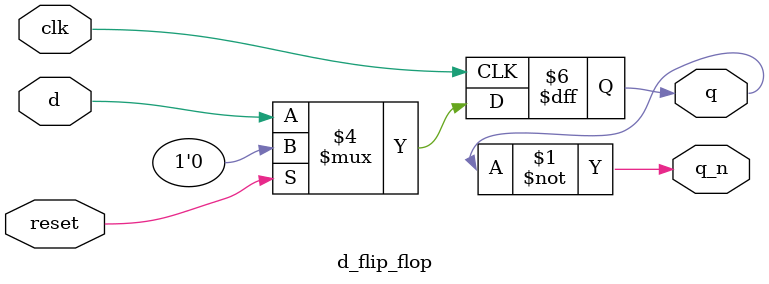
<source format=sv>

module d_flip_flop
( input  clk
, input  d
, input  reset
, output reg q
, output q_n
);
  // --------------------------------------------------------------------
  assign q_n = ~q;

  always_ff @(posedge clk)
    if(reset)
      q <= 0;
    else
      q <= d;

// --------------------------------------------------------------------
endmodule

</source>
